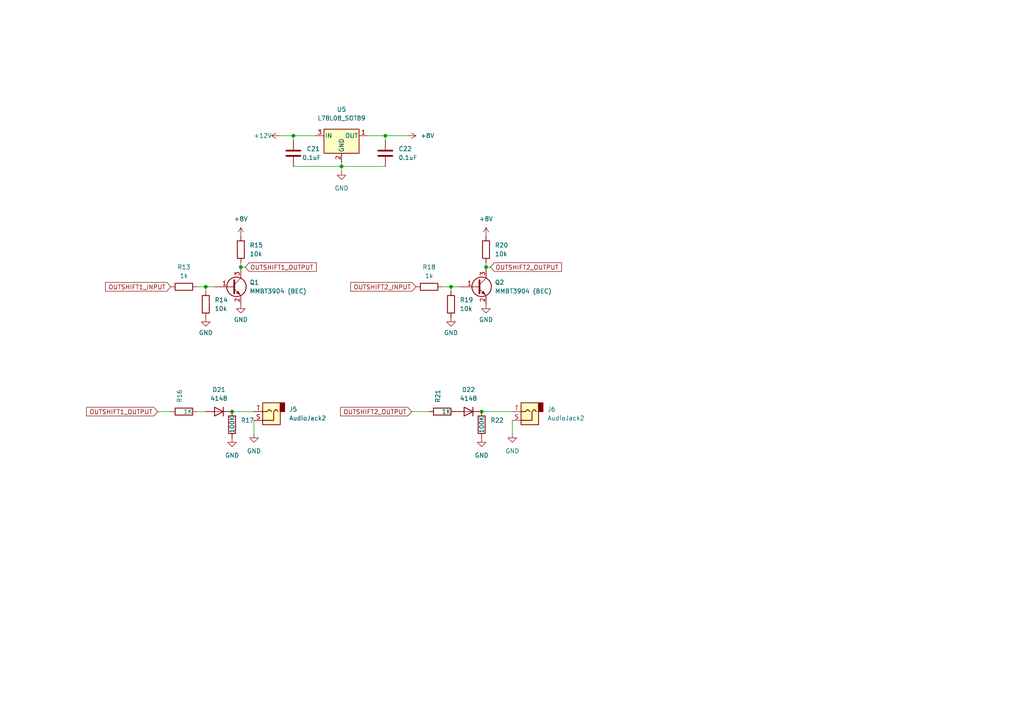
<source format=kicad_sch>
(kicad_sch (version 20211123) (generator eeschema)
  (paper "A4")
  (lib_symbols
    (symbol "Connector:AudioJack2"
      (property "Reference" "J" (at 0 8.89 0))
      (property "Value" "AudioJack2" (at 0 6.35 0))
      (symbol "AudioJack2_0_1"
        (rectangle (start -3.81 0) (end -2.54 -2.54) (stroke (width 0.254)) (fill (type outline)))
        (rectangle (start -2.54 3.81) (end 2.54 -2.54) (stroke (width 0.254)) (fill (type background)))
        (polyline (pts (xy 0 0) (xy 0.635 -0.635) (xy 1.27 0) (xy 2.54 0)) (stroke (width 0.254)))
        (polyline (pts (xy 2.54 2.54) (xy -0.635 2.54) (xy -0.635 0) (xy -1.27 -0.635) (xy -1.905 0)) (stroke (width 0.254)))
      )
      (symbol "AudioJack2_1_1"
        (pin passive line (at 5.08 2.54 180) (length 2.54) (name "~") (number "S"))
        (pin passive line (at 5.08 0 180) (length 2.54) (name "~") (number "T"))
      )
    )
    (symbol "Device:C" (pin_numbers hide) (pin_names (offset 0.254))
      (property "Reference" "C" (at 0.635 2.54 0))
      (property "Value" "C" (at 0.635 -2.54 0))
      (symbol "C_0_1"
        (polyline (pts (xy -2.032 -0.762) (xy 2.032 -0.762)) (stroke (width 0.508)))
        (polyline (pts (xy -2.032 0.762) (xy 2.032 0.762)) (stroke (width 0.508)))
      )
      (symbol "C_1_1"
        (pin passive line (at 0 3.81 270) (length 2.794) (name "~") (number "1"))
        (pin passive line (at 0 -3.81 90) (length 2.794) (name "~") (number "2"))
      )
    )
    (symbol "Device:D" (pin_numbers hide) (pin_names (offset 1.016) hide)
      (property "Reference" "D" (at 0 2.54 0))
      (property "Value" "D" (at 0 -2.54 0))
      (symbol "D_0_1"
        (polyline (pts (xy -1.27 1.27) (xy -1.27 -1.27)) (stroke (width 0.254)))
        (polyline (pts (xy 1.27 0) (xy -1.27 0)))
        (polyline (pts (xy 1.27 1.27) (xy 1.27 -1.27) (xy -1.27 0) (xy 1.27 1.27)) (stroke (width 0.254)))
      )
      (symbol "D_1_1"
        (pin passive line (at -3.81 0 0) (length 2.54) (name "K") (number "1"))
        (pin passive line (at 3.81 0 180) (length 2.54) (name "A") (number "2"))
      )
    )
    (symbol "Device:R" (pin_numbers hide) (pin_names (offset 0))
      (property "Reference" "R" (at 2.032 0 90))
      (property "Value" "R" (at 0 0 90))
      (symbol "R_0_1"
        (rectangle (start -1.016 -2.54) (end 1.016 2.54) (stroke (width 0.254)))
      )
      (symbol "R_1_1"
        (pin passive line (at 0 3.81 270) (length 1.27) (name "~") (number "1"))
        (pin passive line (at 0 -3.81 90) (length 1.27) (name "~") (number "2"))
      )
    )
    (symbol "Regulator_Linear:L78L08_SOT89" (pin_names (offset 0.254))
      (property "Reference" "U" (at -3.81 3.175 0))
      (property "Value" "L78L08_SOT89" (at -0.635 3.175 0))
      (symbol "L78L08_SOT89_0_1"
        (rectangle (start -5.08 1.905) (end 5.08 -5.08) (stroke (width 0.254)) (fill (type background)))
      )
      (symbol "L78L08_SOT89_1_1"
        (pin power_out line (at 7.62 0 180) (length 2.54) (name "OUT") (number "1"))
        (pin power_in line (at 0 -7.62 90) (length 2.54) (name "GND") (number "2"))
        (pin power_in line (at -7.62 0 0) (length 2.54) (name "IN") (number "3"))
      )
    )
    (symbol "Transistor_BJT:MMBT3904" (pin_names (offset 0) hide)
      (property "Reference" "Q" (at 5.08 1.905 0))
      (property "Value" "MMBT3904" (at 5.08 0 0))
      (symbol "MMBT3904_0_1"
        (polyline (pts (xy 0.635 0.635) (xy 2.54 2.54)))
        (polyline (pts (xy 0.635 -0.635) (xy 2.54 -2.54) (xy 2.54 -2.54)))
        (polyline (pts (xy 0.635 1.905) (xy 0.635 -1.905) (xy 0.635 -1.905)) (stroke (width 0.508)))
        (polyline (pts (xy 1.27 -1.778) (xy 1.778 -1.27) (xy 2.286 -2.286) (xy 1.27 -1.778) (xy 1.27 -1.778)) (fill (type outline)))
        (circle (center 1.27 0) (radius 2.8194) (stroke (width 0.254)))
      )
      (symbol "MMBT3904_1_1"
        (pin input line (at -5.08 0 0) (length 5.715) (name "B") (number "1"))
        (pin passive line (at 2.54 -5.08 90) (length 2.54) (name "E") (number "2"))
        (pin passive line (at 2.54 5.08 270) (length 2.54) (name "C") (number "3"))
      )
    )
    (symbol "power:+12V" (power) (pin_names (offset 0))
      (property "Value" "+12V" (at 0 3.556 0))
      (symbol "+12V_0_1"
        (polyline (pts (xy -0.762 1.27) (xy 0 2.54)))
        (polyline (pts (xy 0 0) (xy 0 2.54)))
        (polyline (pts (xy 0 2.54) (xy 0.762 1.27)))
      )
      (symbol "+12V_1_1"
        (pin power_in line (at 0 0 90) (length 0) hide (name "+12V") (number "1"))
      )
    )
    (symbol "power:+8V" (power) (pin_names (offset 0))
      (property "Value" "+8V" (at 0 3.556 0))
      (symbol "+8V_0_1"
        (polyline (pts (xy -0.762 1.27) (xy 0 2.54)))
        (polyline (pts (xy 0 0) (xy 0 2.54)))
        (polyline (pts (xy 0 2.54) (xy 0.762 1.27)))
      )
      (symbol "+8V_1_1"
        (pin power_in line (at 0 0 90) (length 0) hide (name "+8V") (number "1"))
      )
    )
    (symbol "power:GND" (power) (pin_names (offset 0))
      (property "Value" "GND" (at 0 -3.81 0))
      (symbol "GND_0_1"
        (polyline (pts (xy 0 0) (xy 0 -1.27) (xy 1.27 -1.27) (xy 0 -2.54) (xy -1.27 -1.27) (xy 0 -1.27)))
      )
      (symbol "GND_1_1"
        (pin power_in line (at 0 0 270) (length 0) hide (name "GND") (number "1"))
      )
    )
  )
  (junction (at 139.7 119.38))
  (junction (at 99.06 48.26))
  (junction (at 67.31 119.38))
  (junction (at 140.97 77.47))
  (junction (at 85.09 39.37))
  (junction (at 59.69 83.185))
  (junction (at 130.81 83.185))
  (junction (at 69.85 77.47))
  (junction (at 111.76 39.37))
  (wire (pts (xy 69.85 76.2) (xy 69.85 77.47)))
  (wire (pts (xy 59.69 83.185) (xy 62.23 83.185)))
  (wire (pts (xy 139.7 119.38) (xy 148.59 119.38)))
  (wire (pts (xy 69.85 77.47) (xy 71.12 77.47)))
  (wire (pts (xy 57.15 119.38) (xy 59.69 119.38)))
  (wire (pts (xy 140.97 76.2) (xy 140.97 77.47)))
  (wire (pts (xy 85.09 39.37) (xy 85.09 40.64)))
  (wire (pts (xy 148.59 121.92) (xy 148.59 125.73)))
  (wire (pts (xy 59.69 83.185) (xy 59.69 84.455)))
  (wire (pts (xy 119.38 119.38) (xy 124.46 119.38)))
  (wire (pts (xy 99.06 49.53) (xy 99.06 48.26)))
  (wire (pts (xy 111.76 39.37) (xy 111.76 40.64)))
  (wire (pts (xy 99.06 48.26) (xy 99.06 46.99)))
  (wire (pts (xy 69.85 77.47) (xy 69.85 78.105)))
  (wire (pts (xy 128.27 83.185) (xy 130.81 83.185)))
  (wire (pts (xy 85.09 48.26) (xy 99.06 48.26)))
  (wire (pts (xy 106.68 39.37) (xy 111.76 39.37)))
  (wire (pts (xy 45.72 119.38) (xy 49.53 119.38)))
  (wire (pts (xy 140.97 77.47) (xy 140.97 78.105)))
  (wire (pts (xy 118.11 39.37) (xy 111.76 39.37)))
  (wire (pts (xy 81.28 39.37) (xy 85.09 39.37)))
  (wire (pts (xy 130.81 83.185) (xy 133.35 83.185)))
  (wire (pts (xy 130.81 83.185) (xy 130.81 84.455)))
  (wire (pts (xy 73.66 121.92) (xy 73.66 125.73)))
  (wire (pts (xy 99.06 48.26) (xy 111.76 48.26)))
  (wire (pts (xy 67.31 119.38) (xy 73.66 119.38)))
  (wire (pts (xy 57.15 83.185) (xy 59.69 83.185)))
  (wire (pts (xy 140.97 77.47) (xy 142.24 77.47)))
  (wire (pts (xy 85.09 39.37) (xy 91.44 39.37)))
  (global_label "OUTSHIFT1_INPUT" (shape input) (at 49.53 83.185 180) (property "Intersheet References" "${INTERSHEET_REFS}" (effects hide)))
  (global_label "OUTSHIFT1_OUTPUT" (shape input) (at 71.12 77.47 0) (property "Intersheet References" "${INTERSHEET_REFS}" (effects hide)))
  (global_label "OUTSHIFT2_OUTPUT" (shape input) (at 119.38 119.38 180) (property "Intersheet References" "${INTERSHEET_REFS}" (effects hide)))
  (global_label "OUTSHIFT2_OUTPUT" (shape input) (at 142.24 77.47 0) (property "Intersheet References" "${INTERSHEET_REFS}" (effects hide)))
  (global_label "OUTSHIFT2_INPUT" (shape input) (at 120.65 83.185 180) (property "Intersheet References" "${INTERSHEET_REFS}" (effects hide)))
  (global_label "OUTSHIFT1_OUTPUT" (shape input) (at 45.72 119.38 180) (property "Intersheet References" "${INTERSHEET_REFS}" (effects hide)))
  (symbol (lib_id "power:+8V") (at 69.85 68.58 0) (unit 1)
    (property "Reference" "#PWR0116" (effects hide))
    (property "Value" "+8V" (at 69.85 63.5 0))
  )
  (symbol (lib_id "Device:R") (at 67.31 123.19 0) (unit 1)
    (property "Reference" "R17" (at 69.85 121.9199 0) (effects (justify left)))
    (property "Value" "100K" (at 67.31 125.73 90) (effects (justify left)))
    (property "Footprint" "Capacitor_SMD:C_0402_1005Metric" (effects hide))
  )
  (symbol (lib_id "Transistor_BJT:MMBT3904") (at 67.31 83.185 0) (unit 1)
    (property "Reference" "Q1" (at 72.39 81.9149 0) (effects (justify left)))
    (property "Value" "MMBT3904 (BEC)" (at 72.39 84.4549 0) (effects (justify left)))
    (property "Footprint" "Package_TO_SOT_SMD:SOT-23" (effects hide))
    (property "Datasheet" "https://www.onsemi.com/pub/Collateral/2N3903-D.PDF" (effects hide))
  )
  (symbol (lib_id "Device:R") (at 53.34 83.185 90) (unit 1)
    (property "Reference" "R13" (at 53.34 77.47 90))
    (property "Value" "1k" (at 53.34 80.01 90))
    (property "Footprint" "Capacitor_SMD:C_0402_1005Metric" (effects hide))
  )
  (symbol (lib_id "power:GND") (at 148.59 125.73 0) (unit 1)
    (property "Reference" "#PWR0114" (effects hide))
    (property "Value" "GND" (at 148.59 130.81 0))
  )
  (symbol (lib_id "power:GND") (at 67.31 127 0) (unit 1)
    (property "Reference" "#PWR0138" (effects hide))
    (property "Value" "GND" (at 67.31 132.08 0))
  )
  (symbol (lib_id "Device:R") (at 53.34 119.38 90) (unit 1)
    (property "Reference" "R16" (at 52.0699 116.84 0) (effects (justify left)))
    (property "Value" "1K" (at 55.88 119.38 90) (effects (justify left)))
    (property "Footprint" "Capacitor_SMD:C_0402_1005Metric" (effects hide))
  )
  (symbol (lib_id "Device:R") (at 59.69 88.265 180) (unit 1)
    (property "Reference" "R14" (at 62.23 86.9949 0) (effects (justify right)))
    (property "Value" "10k" (at 62.23 89.5349 0) (effects (justify right)))
    (property "Footprint" "Capacitor_SMD:C_0402_1005Metric" (effects hide))
  )
  (symbol (lib_id "Device:R") (at 130.81 88.265 180) (unit 1)
    (property "Reference" "R19" (at 133.35 86.9949 0) (effects (justify right)))
    (property "Value" "10k" (at 133.35 89.5349 0) (effects (justify right)))
    (property "Footprint" "Capacitor_SMD:C_0402_1005Metric" (effects hide))
  )
  (symbol (lib_id "power:GND") (at 69.85 88.265 0) (unit 1)
    (property "Reference" "#PWR0118" (effects hide))
    (property "Value" "GND" (at 69.85 92.71 0))
  )
  (symbol (lib_id "power:+8V") (at 118.11 39.37 270) (unit 1)
    (property "Reference" "#PWR0109" (effects hide))
    (property "Value" "+8V" (at 121.92 39.3699 90) (effects (justify left)))
  )
  (symbol (lib_id "power:GND") (at 139.7 127 0) (unit 1)
    (property "Reference" "#PWR0139" (effects hide))
    (property "Value" "GND" (at 139.7 132.08 0))
  )
  (symbol (lib_id "Transistor_BJT:MMBT3904") (at 138.43 83.185 0) (unit 1)
    (property "Reference" "Q2" (at 143.51 81.9149 0) (effects (justify left)))
    (property "Value" "MMBT3904 (BEC)" (at 143.51 84.4549 0) (effects (justify left)))
    (property "Footprint" "Package_TO_SOT_SMD:SOT-23" (effects hide))
    (property "Datasheet" "https://www.onsemi.com/pub/Collateral/2N3903-D.PDF" (effects hide))
  )
  (symbol (lib_id "power:+8V") (at 140.97 68.58 0) (unit 1)
    (property "Reference" "#PWR0105" (effects hide))
    (property "Value" "+8V" (at 140.97 63.5 0))
  )
  (symbol (lib_id "Regulator_Linear:L78L08_SOT89") (at 99.06 39.37 0) (unit 1)
    (property "Reference" "U5" (at 99.06 31.75 0))
    (property "Value" "L78L08_SOT89" (at 99.06 34.29 0))
    (property "Footprint" "Package_TO_SOT_SMD:SOT-89-3" (effects hide))
    (property "Datasheet" "http://www.st.com/content/ccc/resource/technical/document/datasheet/15/55/e5/aa/23/5b/43/fd/CD00000446.pdf/files/CD00000446.pdf/jcr:content/translations/en.CD00000446.pdf" (effects hide))
  )
  (symbol (lib_id "Device:C") (at 111.76 44.45 0) (unit 1)
    (property "Reference" "C22" (at 115.57 43.1799 0) (effects (justify left)))
    (property "Value" "0.1uF" (at 115.57 45.7199 0) (effects (justify left)))
    (property "Footprint" "Capacitor_SMD:C_0402_1005Metric" (effects hide))
  )
  (symbol (lib_id "Device:D") (at 135.89 119.38 180) (unit 1)
    (property "Reference" "D22" (at 135.89 113.03 0))
    (property "Value" "4148" (at 135.89 115.57 0))
    (property "Footprint" "Diode_SMD:D_SOD-123" (effects hide))
  )
  (symbol (lib_id "Connector:AudioJack2") (at 153.67 119.38 180) (unit 1)
    (property "Reference" "J6" (at 158.75 118.7449 0) (effects (justify right)))
    (property "Value" "AudioJack2" (at 158.75 121.2849 0) (effects (justify right)))
    (property "Footprint" "Connector_Audio:Jack_3.5mm_QingPu_WQP-PJ398SM_Vertical_CircularHoles" (effects hide))
  )
  (symbol (lib_id "power:GND") (at 59.69 92.075 0) (unit 1)
    (property "Reference" "#PWR0119" (effects hide))
    (property "Value" "GND" (at 59.69 96.52 0))
  )
  (symbol (lib_id "Device:R") (at 140.97 72.39 0) (unit 1)
    (property "Reference" "R20" (at 143.51 71.1199 0) (effects (justify left)))
    (property "Value" "10k" (at 143.51 73.6599 0) (effects (justify left)))
    (property "Footprint" "Capacitor_SMD:C_0402_1005Metric" (effects hide))
  )
  (symbol (lib_id "Device:C") (at 85.09 44.45 0) (unit 1)
    (property "Reference" "C21" (at 88.9 43.1799 0) (effects (justify left)))
    (property "Value" "0.1uF" (at 87.63 45.72 0) (effects (justify left)))
    (property "Footprint" "Capacitor_SMD:C_0402_1005Metric" (effects hide))
  )
  (symbol (lib_id "Device:D") (at 63.5 119.38 180) (unit 1)
    (property "Reference" "D21" (at 63.5 113.03 0))
    (property "Value" "4148" (at 63.5 115.57 0))
    (property "Footprint" "Diode_SMD:D_SOD-123" (effects hide))
  )
  (symbol (lib_id "power:GND") (at 130.81 92.075 0) (unit 1)
    (property "Reference" "#PWR0113" (effects hide))
    (property "Value" "GND" (at 130.81 96.52 0))
  )
  (symbol (lib_id "Device:R") (at 124.46 83.185 90) (unit 1)
    (property "Reference" "R18" (at 124.46 77.47 90))
    (property "Value" "1k" (at 124.46 80.01 90))
    (property "Footprint" "Capacitor_SMD:C_0402_1005Metric" (effects hide))
  )
  (symbol (lib_id "Device:R") (at 139.7 123.19 0) (unit 1)
    (property "Reference" "R22" (at 142.24 121.9199 0) (effects (justify left)))
    (property "Value" "100K" (at 139.7 125.73 90) (effects (justify left)))
    (property "Footprint" "Capacitor_SMD:C_0402_1005Metric" (effects hide))
  )
  (symbol (lib_id "Device:R") (at 69.85 72.39 0) (unit 1)
    (property "Reference" "R15" (at 72.39 71.1199 0) (effects (justify left)))
    (property "Value" "10k" (at 72.39 73.6599 0) (effects (justify left)))
    (property "Footprint" "Capacitor_SMD:C_0402_1005Metric" (effects hide))
  )
  (symbol (lib_id "power:GND") (at 140.97 88.265 0) (unit 1)
    (property "Reference" "#PWR0115" (effects hide))
    (property "Value" "GND" (at 140.97 92.71 0))
  )
  (symbol (lib_id "power:GND") (at 99.06 49.53 0) (unit 1)
    (property "Reference" "#PWR0108" (effects hide))
    (property "Value" "GND" (at 99.06 54.61 0))
  )
  (symbol (lib_id "power:+12V") (at 81.28 39.37 90) (unit 1)
    (property "Reference" "#PWR0110" (effects hide))
    (property "Value" "+12V" (at 76.2 39.37 90))
  )
  (symbol (lib_id "Connector:AudioJack2") (at 78.74 119.38 180) (unit 1)
    (property "Reference" "J5" (at 83.82 118.7449 0) (effects (justify right)))
    (property "Value" "AudioJack2" (at 83.82 121.2849 0) (effects (justify right)))
    (property "Footprint" "Connector_Audio:Jack_3.5mm_QingPu_WQP-PJ398SM_Vertical_CircularHoles" (effects hide))
  )
  (symbol (lib_id "power:GND") (at 73.66 125.73 0) (unit 1)
    (property "Reference" "#PWR0117" (effects hide))
    (property "Value" "GND" (at 73.66 130.81 0))
  )
  (symbol (lib_id "Device:R") (at 128.27 119.38 90) (unit 1)
    (property "Reference" "R21" (at 126.9999 116.84 0) (effects (justify left)))
    (property "Value" "1K" (at 130.81 119.38 90) (effects (justify left)))
    (property "Footprint" "Capacitor_SMD:C_0402_1005Metric" (effects hide))
  )
)
</source>
